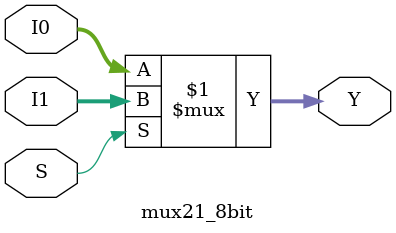
<source format=v>
`timescale 1ns / 1ps
module mux21_8bit(
    input [7:0] I0,
    input [7:0] I1,
    input S,
    output [7:0] Y
    );

	assign Y = S ? I1 : I0;
endmodule

</source>
